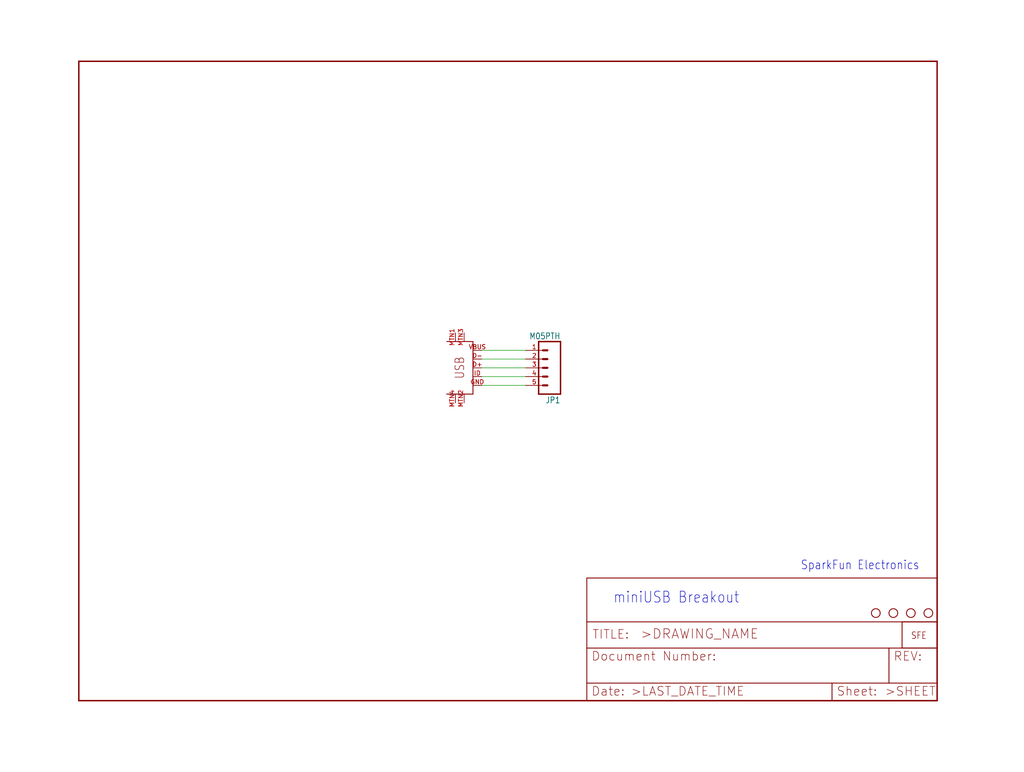
<source format=kicad_sch>
(kicad_sch (version 20211123) (generator eeschema)
  (paper "User" 297.002 223.926)
  (lib_symbols
    (symbol "schematicEagle-eagle-import:FRAME-LETTER"
      (symbol "FRAME-LETTER_1_0"
        (polyline (pts (xy 0 0) (xy 248.92 0)) (stroke (width 0.4064)))
        (polyline (pts (xy 0 185.42) (xy 0 0)) (stroke (width 0.4064)))
        (polyline (pts (xy 0 185.42) (xy 248.92 185.42)) (stroke (width 0.4064)))
        (polyline (pts (xy 248.92 185.42) (xy 248.92 0)) (stroke (width 0.4064)))
      )
      (symbol "FRAME-LETTER_2_0"
        (polyline (pts (xy 0 0) (xy 0 5.08)) (stroke (width 0.254)))
        (polyline (pts (xy 0 0) (xy 71.12 0)) (stroke (width 0.254)))
        (polyline (pts (xy 0 5.08) (xy 0 15.24)) (stroke (width 0.254)))
        (polyline (pts (xy 0 5.08) (xy 71.12 5.08)) (stroke (width 0.254)))
        (polyline (pts (xy 0 15.24) (xy 0 22.86)) (stroke (width 0.254)))
        (polyline (pts (xy 0 22.86) (xy 0 35.56)) (stroke (width 0.254)))
        (polyline (pts (xy 0 22.86) (xy 101.6 22.86)) (stroke (width 0.254)))
        (polyline (pts (xy 71.12 0) (xy 101.6 0)) (stroke (width 0.254)))
        (polyline (pts (xy 71.12 5.08) (xy 71.12 0)) (stroke (width 0.254)))
        (polyline (pts (xy 71.12 5.08) (xy 87.63 5.08)) (stroke (width 0.254)))
        (polyline (pts (xy 87.63 5.08) (xy 101.6 5.08)) (stroke (width 0.254)))
        (polyline (pts (xy 87.63 15.24) (xy 0 15.24)) (stroke (width 0.254)))
        (polyline (pts (xy 87.63 15.24) (xy 87.63 5.08)) (stroke (width 0.254)))
        (polyline (pts (xy 101.6 5.08) (xy 101.6 0)) (stroke (width 0.254)))
        (polyline (pts (xy 101.6 15.24) (xy 87.63 15.24)) (stroke (width 0.254)))
        (polyline (pts (xy 101.6 15.24) (xy 101.6 5.08)) (stroke (width 0.254)))
        (polyline (pts (xy 101.6 22.86) (xy 101.6 15.24)) (stroke (width 0.254)))
        (polyline (pts (xy 101.6 35.56) (xy 0 35.56)) (stroke (width 0.254)))
        (polyline (pts (xy 101.6 35.56) (xy 101.6 22.86)) (stroke (width 0.254)))
        (text ">DRAWING_NAME" (at 15.494 17.78 0) (effects (font (size 2.7432 2.7432)) (justify left bottom)))
        (text ">LAST_DATE_TIME" (at 12.7 1.27 0) (effects (font (size 2.54 2.54)) (justify left bottom)))
        (text ">SHEET" (at 86.36 1.27 0) (effects (font (size 2.54 2.54)) (justify left bottom)))
        (text "Date:" (at 1.27 1.27 0) (effects (font (size 2.54 2.54)) (justify left bottom)))
        (text "Document Number:" (at 1.27 11.43 0) (effects (font (size 2.54 2.54)) (justify left bottom)))
        (text "REV:" (at 88.9 11.43 0) (effects (font (size 2.54 2.54)) (justify left bottom)))
        (text "Sheet:" (at 72.39 1.27 0) (effects (font (size 2.54 2.54)) (justify left bottom)))
        (text "TITLE:" (at 1.524 17.78 0) (effects (font (size 2.54 2.54)) (justify left bottom)))
      )
    )
    (symbol "schematicEagle-eagle-import:LOGO-SFENEW"
      (symbol "LOGO-SFENEW_1_0"
        (polyline (pts (xy -2.54 -2.54) (xy 7.62 -2.54)) (stroke (width 0.254)))
        (polyline (pts (xy -2.54 5.08) (xy -2.54 -2.54)) (stroke (width 0.254)))
        (polyline (pts (xy 7.62 -2.54) (xy 7.62 5.08)) (stroke (width 0.254)))
        (polyline (pts (xy 7.62 5.08) (xy -2.54 5.08)) (stroke (width 0.254)))
        (text "SFE" (at 0 0 0) (effects (font (size 1.9304 1.6408)) (justify left bottom)))
      )
    )
    (symbol "schematicEagle-eagle-import:M05PTH"
      (property "Reference" "JP" (at -2.54 8.382 0))
      (property "Value" "M05PTH" (at -2.54 -10.16 0))
      (symbol "M05PTH_1_0"
        (polyline (pts (xy -2.54 7.62) (xy -2.54 -7.62)) (stroke (width 0.4064)))
        (polyline (pts (xy -2.54 7.62) (xy 3.81 7.62)) (stroke (width 0.4064)))
        (polyline (pts (xy 1.27 -5.08) (xy 2.54 -5.08)) (stroke (width 0.6096)))
        (polyline (pts (xy 1.27 -2.54) (xy 2.54 -2.54)) (stroke (width 0.6096)))
        (polyline (pts (xy 1.27 0) (xy 2.54 0)) (stroke (width 0.6096)))
        (polyline (pts (xy 1.27 2.54) (xy 2.54 2.54)) (stroke (width 0.6096)))
        (polyline (pts (xy 1.27 5.08) (xy 2.54 5.08)) (stroke (width 0.6096)))
        (polyline (pts (xy 3.81 -7.62) (xy -2.54 -7.62)) (stroke (width 0.4064)))
        (polyline (pts (xy 3.81 -7.62) (xy 3.81 7.62)) (stroke (width 0.4064)))
        (pin passive line (at 7.62 -5.08 180) (length 5.08) (name "1") (number "1"))
        (pin passive line (at 7.62 -2.54 180) (length 5.08) (name "2") (number "2"))
        (pin passive line (at 7.62 0 180) (length 5.08) (name "3") (number "3"))
        (pin passive line (at 7.62 2.54 180) (length 5.08) (name "4") (number "4"))
        (pin passive line (at 7.62 5.08 180) (length 5.08) (name "5") (number "5"))
      )
    )
    (symbol "schematicEagle-eagle-import:STAND-OFF"
      (symbol "STAND-OFF_1_0"
        (circle (center 0 0) (radius 1.27) (stroke (width 0.254)))
      )
    )
    (symbol "schematicEagle-eagle-import:USB-MINIB-5PIN"
      (symbol "USB-MINIB-5PIN_1_0"
        (polyline (pts (xy 0 -2.54) (xy 7.62 -2.54)) (stroke (width 0.254)))
        (polyline (pts (xy 0 12.7) (xy 0 -2.54)) (stroke (width 0.254)))
        (polyline (pts (xy 7.62 12.7) (xy 0 12.7)) (stroke (width 0.254)))
        (text "USB" (at 5.334 1.778 900) (effects (font (size 2.54 2.159)) (justify left bottom)))
        (pin bidirectional line (at -2.54 5.08 0) (length 2.54) (name "D+") (number "D+"))
        (pin bidirectional line (at -2.54 7.62 0) (length 2.54) (name "D-") (number "D-"))
        (pin bidirectional line (at -2.54 0 0) (length 2.54) (name "GND") (number "GND"))
        (pin bidirectional line (at -2.54 2.54 0) (length 2.54) (name "ID") (number "ID"))
        (pin bidirectional line (at 5.08 15.24 270) (length 2.54) (name "MTN2") (number "MTN1"))
        (pin bidirectional line (at 2.54 -5.08 90) (length 2.54) (name "MTN3") (number "MTN2"))
        (pin bidirectional line (at 2.54 15.24 270) (length 2.54) (name "MTN1") (number "MTN3"))
        (pin bidirectional line (at 5.08 -5.08 90) (length 2.54) (name "MTN4") (number "MTN4"))
        (pin bidirectional line (at -2.54 10.16 0) (length 2.54) (name "VBUS") (number "VBUS"))
      )
    )
  )
  (wire (pts (xy 152.4 109.22) (xy 139.7 109.22)))
  (wire (pts (xy 139.7 101.6) (xy 152.4 101.6)))
  (wire (pts (xy 139.7 106.68) (xy 152.4 106.68)))
  (wire (pts (xy 139.7 104.14) (xy 152.4 104.14)))
  (wire (pts (xy 139.7 111.76) (xy 152.4 111.76)))
  (text "SparkFun Electronics" (at 266.7 162.56 180) (effects (font (size 2.54 2.159)) (justify right top)))
  (text "miniUSB Breakout" (at 177.8 175.26 180) (effects (font (size 3.175 2.6987)) (justify left bottom)))
  (symbol (lib_id "schematicEagle-eagle-import:STAND-OFF") (at 264.16 177.8 0) (unit 1)
    (property "Reference" "U$3" (effects hide))
    (property "Value" "STAND-OFF" (effects hide))
    (property "Footprint" "schematicEagle:STAND-OFF" (effects hide))
  )
  (symbol (lib_id "schematicEagle-eagle-import:LOGO-SFENEW") (at 264.16 185.42 0) (unit 1)
    (property "Reference" "U$6" (effects hide))
    (property "Value" "LOGO-SFENEW" (effects hide))
    (property "Footprint" "schematicEagle:SFE-NEW-WEBLOGO" (effects hide))
  )
  (symbol (lib_id "schematicEagle-eagle-import:STAND-OFF") (at 269.24 177.8 0) (unit 1)
    (property "Reference" "U$2" (effects hide))
    (property "Value" "STAND-OFF" (effects hide))
    (property "Footprint" "schematicEagle:STAND-OFF" (effects hide))
  )
  (symbol (lib_id "schematicEagle-eagle-import:FRAME-LETTER") (at 22.86 203.2 0) (unit 1)
    (property "Reference" "#FRAME1" (effects hide))
    (property "Value" "FRAME-LETTER" (effects hide))
    (property "Footprint" "schematicEagle:" (effects hide))
  )
  (symbol (lib_id "schematicEagle-eagle-import:USB-MINIB-5PIN") (at 137.16 111.76 0) (mirror y) (unit 1)
    (property "Reference" "U$1" (effects hide))
    (property "Value" "USB-MINIB-5PIN" (effects hide))
    (property "Footprint" "schematicEagle:USB-MINIB" (effects hide))
  )
  (symbol (lib_id "schematicEagle-eagle-import:M05PTH") (at 160.02 106.68 180) (unit 1)
    (property "Reference" "JP1" (at 162.56 115.062 0) (effects (font (size 1.778 1.5113)) (justify left bottom)))
    (property "Value" "M05PTH" (at 162.56 96.52 0) (effects (font (size 1.778 1.5113)) (justify left bottom)))
    (property "Footprint" "schematicEagle:1X05" (effects hide))
  )
  (symbol (lib_id "schematicEagle-eagle-import:STAND-OFF") (at 259.08 177.8 0) (unit 1)
    (property "Reference" "U$4" (effects hide))
    (property "Value" "STAND-OFF" (effects hide))
    (property "Footprint" "schematicEagle:STAND-OFF" (effects hide))
  )
  (symbol (lib_id "schematicEagle-eagle-import:FRAME-LETTER") (at 170.18 203.2 0) (unit 2)
    (property "Reference" "#FRAME1" (effects hide))
    (property "Value" "FRAME-LETTER" (effects hide))
    (property "Footprint" "schematicEagle:" (effects hide))
  )
  (symbol (lib_id "schematicEagle-eagle-import:STAND-OFF") (at 254 177.8 0) (unit 1)
    (property "Reference" "U$5" (effects hide))
    (property "Value" "STAND-OFF" (effects hide))
    (property "Footprint" "schematicEagle:STAND-OFF" (effects hide))
  )
)
</source>
